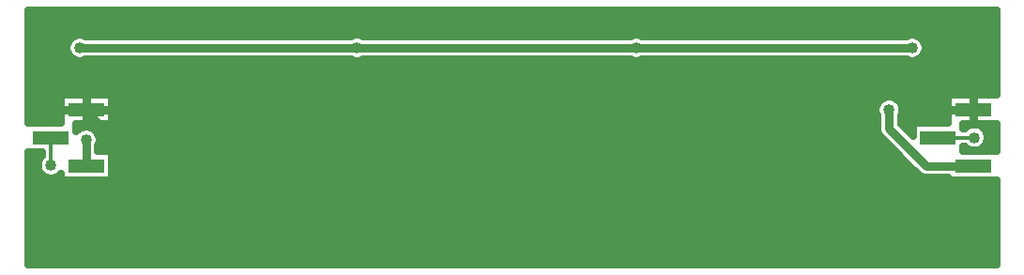
<source format=gbr>
G04 DipTrace 3.3.1.3*
G04 Top.gbr*
%MOIN*%
G04 #@! TF.FileFunction,Copper,L1,Top*
G04 #@! TF.Part,Single*
G04 #@! TA.AperFunction,CopperBalancing*
%ADD13C,0.03*%
G04 #@! TA.AperFunction,Conductor*
%ADD14C,0.012*%
G04 #@! TA.AperFunction,CopperBalancing*
%ADD15C,0.025*%
%ADD19R,0.125197X0.05*%
G04 #@! TA.AperFunction,ViaPad*
%ADD36C,0.04*%
%FSLAX26Y26*%
G04*
G70*
G90*
G75*
G01*
G04 Top*
%LPD*%
X948819Y877953D2*
D13*
X850000Y976772D1*
Y985827D1*
X724803Y885827D2*
D14*
Y787402D1*
X4003937Y885827D2*
X3874409D1*
X3783465Y1204724D2*
D13*
X2802634D1*
X1811307D1*
X826772D1*
X850000Y785827D2*
Y878346D1*
X3999606Y785827D2*
X3832283D1*
X3700787Y917323D1*
Y984252D1*
D36*
X948819Y877953D3*
X724803Y787402D3*
X4003937Y885827D3*
X3783465Y1204724D3*
X826772D3*
X2802634D3*
X1811307D3*
X850000Y878346D3*
X3700787Y984252D3*
X1937008Y885827D3*
X2917323D3*
X3901575Y681102D3*
X644940Y1313025D2*
D15*
X4079474D1*
X644940Y1288156D2*
X4079474D1*
X644940Y1263287D2*
X4079474D1*
X644940Y1238419D2*
X792232D1*
X3817999D2*
X4079474D1*
X644940Y1213550D2*
X778631D1*
X3831598D2*
X4079474D1*
X644940Y1188681D2*
X780642D1*
X3829589D2*
X4079474D1*
X644940Y1163812D2*
X802172D1*
X3808059D2*
X4079474D1*
X644940Y1138944D2*
X4079474D1*
X644940Y1114075D2*
X4079474D1*
X644940Y1089206D2*
X4079474D1*
X644940Y1064337D2*
X4079474D1*
X644940Y1039469D2*
X4079474D1*
X644940Y1014600D2*
X758392D1*
X941593D2*
X3663075D1*
X3738514D2*
X3908020D1*
X644940Y989731D2*
X758392D1*
X941593D2*
X3652130D1*
X3749459D2*
X3908020D1*
X644940Y964862D2*
X758392D1*
X941593D2*
X3656041D1*
X3745549D2*
X3908020D1*
X644940Y939993D2*
X758392D1*
X941593D2*
X3656794D1*
X3744795D2*
X3908020D1*
X880950Y915125D2*
X3656866D1*
X3764172D2*
X3782820D1*
X4042526D2*
X4079474D1*
X897457Y890256D2*
X3666843D1*
X4052717D2*
X4079474D1*
X897134Y865387D2*
X3691530D1*
X4048196D2*
X4079474D1*
X893975Y840518D2*
X3716398D1*
X3965984D2*
X3991020D1*
X4016869D2*
X4079474D1*
X644940Y815650D2*
X685369D1*
X941593D2*
X3741266D1*
X644940Y790781D2*
X675930D1*
X941593D2*
X3766134D1*
X644940Y765912D2*
X681063D1*
X941593D2*
X3791001D1*
X644940Y741043D2*
X718777D1*
X730814D2*
X758392D1*
X941593D2*
X3908020D1*
X644940Y716175D2*
X4079474D1*
X644940Y691306D2*
X4079474D1*
X644940Y666437D2*
X4079474D1*
X644940Y641568D2*
X4079474D1*
X644940Y616699D2*
X4079474D1*
X644940Y591831D2*
X4079474D1*
X644940Y566962D2*
X4079474D1*
X644940Y542093D2*
X4079474D1*
X644940Y517224D2*
X4079474D1*
X644940Y492356D2*
X4079474D1*
X644940Y467487D2*
X4079474D1*
X644940Y442618D2*
X4079474D1*
X762747Y1037319D2*
X939091D1*
Y934335D1*
X813891D1*
X813894Y907643D1*
X817125Y911222D1*
X822673Y915959D1*
X828892Y919772D1*
X835633Y922563D1*
X842727Y924266D1*
X850000Y924839D1*
X857273Y924266D1*
X864367Y922563D1*
X871108Y919772D1*
X877327Y915959D1*
X882875Y911222D1*
X887613Y905673D1*
X891425Y899454D1*
X894217Y892714D1*
X895920Y885619D1*
X896492Y878346D1*
X895920Y871073D1*
X894217Y863979D1*
X891491Y857382D1*
X891492Y837331D1*
X939091Y837319D1*
Y734335D1*
X760909D1*
Y758126D1*
X757678Y754526D1*
X752130Y749789D1*
X745911Y745976D1*
X739171Y743185D1*
X732076Y741482D1*
X724803Y740909D1*
X717530Y741482D1*
X710436Y743185D1*
X703696Y745976D1*
X697476Y749789D1*
X691928Y754526D1*
X687190Y760075D1*
X683378Y766294D1*
X680587Y773034D1*
X678883Y780129D1*
X678311Y787402D1*
X678883Y794675D1*
X680587Y801769D1*
X683378Y808509D1*
X687190Y814728D1*
X692316Y820635D1*
X692311Y834302D1*
X642403Y834335D1*
X642421Y433732D1*
X4082016Y433760D1*
X4081988Y734349D1*
X3910516Y734335D1*
Y744346D1*
X3829028Y744462D1*
X3822597Y745480D1*
X3816406Y747493D1*
X3810604Y750449D1*
X3805336Y754276D1*
X3776961Y782470D1*
X3669236Y890375D1*
X3665409Y895643D1*
X3662454Y901445D1*
X3660441Y907636D1*
X3659423Y914067D1*
X3659295Y954068D1*
Y963290D1*
X3656571Y969885D1*
X3654867Y976979D1*
X3654295Y984252D1*
X3654867Y991525D1*
X3656571Y998619D1*
X3659362Y1005360D1*
X3663175Y1011579D1*
X3667912Y1017127D1*
X3673461Y1021865D1*
X3679680Y1025677D1*
X3686420Y1028469D1*
X3693514Y1030172D1*
X3700787Y1030744D1*
X3708060Y1030172D1*
X3715155Y1028469D1*
X3721895Y1025677D1*
X3728114Y1021865D1*
X3733663Y1017127D1*
X3738400Y1011579D1*
X3742213Y1005360D1*
X3745004Y998619D1*
X3746707Y991525D1*
X3747280Y984252D1*
X3746707Y976979D1*
X3745004Y969885D1*
X3742278Y963287D1*
X3742280Y934480D1*
X3785315Y891474D1*
X3785319Y937319D1*
X3910518D1*
X3910516Y1037319D1*
X4081992D1*
X4081988Y1337921D1*
X642394Y1337894D1*
X642421Y937331D1*
X760912Y937319D1*
X760909Y1037319D1*
X762747D1*
X4081987Y934335D2*
X3963497D1*
X3963500Y918336D1*
X3970686Y918319D1*
X3976610Y923440D1*
X3982829Y927252D1*
X3989570Y930043D1*
X3996664Y931747D1*
X4003937Y932319D1*
X4011210Y931747D1*
X4018304Y930043D1*
X4025045Y927252D1*
X4031264Y923440D1*
X4036812Y918702D1*
X4041550Y913154D1*
X4045362Y906934D1*
X4048154Y900194D1*
X4049857Y893100D1*
X4050429Y885827D1*
X4049857Y878554D1*
X4048154Y871459D1*
X4045362Y864719D1*
X4041550Y858500D1*
X4036812Y852951D1*
X4031264Y848214D1*
X4025045Y844402D1*
X4018304Y841610D1*
X4011210Y839907D1*
X4003937Y839335D1*
X3996664Y839907D1*
X3989570Y841610D1*
X3982829Y844402D1*
X3976610Y848214D1*
X3970703Y853340D1*
X3963496Y853335D1*
X3963500Y837310D1*
X4082007Y837319D1*
X4081988Y934367D1*
X3762472Y1163232D2*
X2823598D1*
X2817001Y1160508D1*
X2809907Y1158804D1*
X2802634Y1158232D1*
X2795361Y1158804D1*
X2788266Y1160508D1*
X2781669Y1163234D1*
X1832290Y1163232D1*
X1825675Y1160508D1*
X1818580Y1158804D1*
X1811307Y1158232D1*
X1804034Y1158804D1*
X1796940Y1160508D1*
X1790343Y1163234D1*
X847781Y1163232D1*
X841139Y1160508D1*
X834045Y1158804D1*
X826772Y1158232D1*
X819499Y1158804D1*
X812404Y1160508D1*
X805664Y1163299D1*
X799445Y1167112D1*
X793896Y1171849D1*
X789159Y1177398D1*
X785346Y1183617D1*
X782555Y1190357D1*
X780852Y1197451D1*
X780280Y1204724D1*
X780852Y1211997D1*
X782555Y1219092D1*
X785346Y1225832D1*
X789159Y1232051D1*
X793896Y1237600D1*
X799445Y1242337D1*
X805664Y1246150D1*
X812404Y1248941D1*
X819499Y1250644D1*
X826772Y1251217D1*
X834045Y1250644D1*
X841139Y1248941D1*
X847736Y1246215D1*
X1790298Y1246217D1*
X1796940Y1248941D1*
X1804034Y1250644D1*
X1811307Y1251217D1*
X1818580Y1250644D1*
X1825675Y1248941D1*
X1832272Y1246215D1*
X2781651Y1246217D1*
X2788266Y1248941D1*
X2795361Y1250644D1*
X2802634Y1251217D1*
X2809907Y1250644D1*
X2817001Y1248941D1*
X2823598Y1246215D1*
X3762500Y1246217D1*
X3769097Y1248941D1*
X3776192Y1250644D1*
X3783465Y1251217D1*
X3790738Y1250644D1*
X3797832Y1248941D1*
X3804572Y1246150D1*
X3810791Y1242337D1*
X3816340Y1237600D1*
X3821077Y1232051D1*
X3824890Y1225832D1*
X3827681Y1219092D1*
X3829385Y1211997D1*
X3829957Y1204724D1*
X3829385Y1197451D1*
X3827681Y1190357D1*
X3824890Y1183617D1*
X3821077Y1177398D1*
X3816340Y1171849D1*
X3810791Y1167112D1*
X3804572Y1163299D1*
X3797832Y1160508D1*
X3790738Y1158804D1*
X3783465Y1158232D1*
X3776192Y1158804D1*
X3769097Y1160508D1*
X3762500Y1163234D1*
X850000Y1037283D2*
D13*
Y934370D1*
X760945Y985827D2*
X939055D1*
X3999606Y1037283D2*
Y934370D1*
X3910551Y985827D2*
X3999606D1*
D19*
X850000D3*
X724803Y885827D3*
X850000Y785827D3*
X3999606Y985827D3*
X3874409Y885827D3*
X3999606Y785827D3*
M02*

</source>
